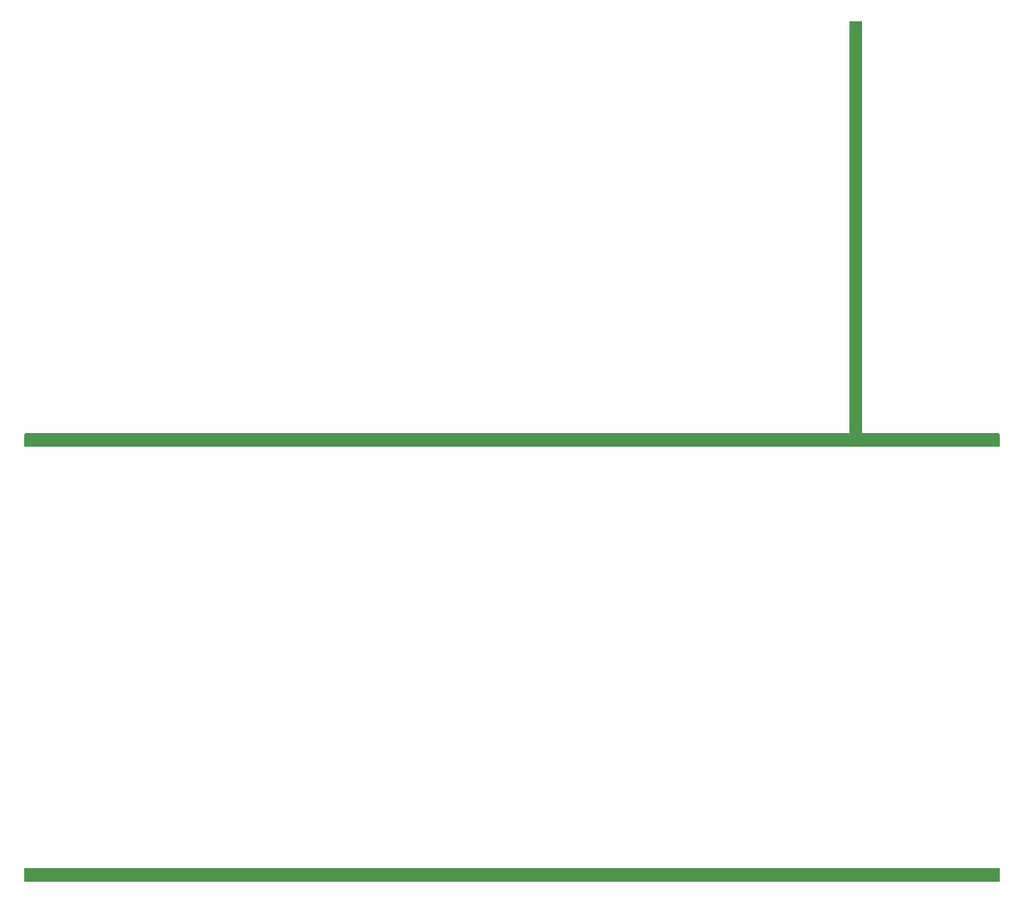
<source format=gbr>
G04 EAGLE Gerber X2 export*
G75*
%MOMM*%
%FSLAX34Y34*%
%LPD*%
%AMOC8*
5,1,8,0,0,1.08239X$1,22.5*%
G01*

G36*
X850020Y2089242D02*
X850020Y2089242D01*
X850039Y2089240D01*
X850141Y2089262D01*
X850243Y2089279D01*
X850260Y2089288D01*
X850280Y2089292D01*
X850369Y2089345D01*
X850460Y2089394D01*
X850474Y2089408D01*
X850491Y2089418D01*
X850558Y2089497D01*
X850630Y2089572D01*
X850638Y2089590D01*
X850651Y2089605D01*
X850690Y2089701D01*
X850733Y2089795D01*
X850735Y2089815D01*
X850743Y2089833D01*
X850761Y2090000D01*
X850761Y2100000D01*
X850758Y2100020D01*
X850760Y2100039D01*
X850738Y2100141D01*
X850722Y2100243D01*
X850712Y2100260D01*
X850708Y2100280D01*
X850655Y2100369D01*
X850606Y2100460D01*
X850592Y2100474D01*
X850582Y2100491D01*
X850503Y2100558D01*
X850428Y2100630D01*
X850410Y2100638D01*
X850395Y2100651D01*
X850299Y2100690D01*
X850205Y2100733D01*
X850185Y2100735D01*
X850167Y2100743D01*
X850000Y2100761D01*
X730761Y2100761D01*
X730761Y2460000D01*
X730758Y2460020D01*
X730760Y2460039D01*
X730738Y2460141D01*
X730722Y2460243D01*
X730712Y2460260D01*
X730708Y2460280D01*
X730655Y2460369D01*
X730606Y2460460D01*
X730592Y2460474D01*
X730582Y2460491D01*
X730503Y2460558D01*
X730428Y2460630D01*
X730410Y2460638D01*
X730395Y2460651D01*
X730299Y2460690D01*
X730205Y2460733D01*
X730185Y2460735D01*
X730167Y2460743D01*
X730000Y2460761D01*
X720000Y2460761D01*
X719980Y2460758D01*
X719961Y2460760D01*
X719859Y2460738D01*
X719757Y2460722D01*
X719740Y2460712D01*
X719720Y2460708D01*
X719631Y2460655D01*
X719540Y2460606D01*
X719526Y2460592D01*
X719509Y2460582D01*
X719442Y2460503D01*
X719371Y2460428D01*
X719362Y2460410D01*
X719349Y2460395D01*
X719310Y2460299D01*
X719267Y2460205D01*
X719265Y2460185D01*
X719257Y2460167D01*
X719239Y2460000D01*
X719239Y2100761D01*
X0Y2100761D01*
X-20Y2100758D01*
X-39Y2100760D01*
X-141Y2100738D01*
X-243Y2100722D01*
X-260Y2100712D01*
X-280Y2100708D01*
X-369Y2100655D01*
X-460Y2100606D01*
X-474Y2100592D01*
X-491Y2100582D01*
X-558Y2100503D01*
X-630Y2100428D01*
X-638Y2100410D01*
X-651Y2100395D01*
X-690Y2100299D01*
X-733Y2100205D01*
X-735Y2100185D01*
X-743Y2100167D01*
X-761Y2100000D01*
X-761Y2090000D01*
X-758Y2089980D01*
X-760Y2089961D01*
X-738Y2089859D01*
X-722Y2089757D01*
X-712Y2089740D01*
X-708Y2089720D01*
X-655Y2089631D01*
X-606Y2089540D01*
X-592Y2089526D01*
X-582Y2089509D01*
X-503Y2089442D01*
X-428Y2089371D01*
X-410Y2089362D01*
X-395Y2089349D01*
X-299Y2089310D01*
X-205Y2089267D01*
X-185Y2089265D01*
X-167Y2089257D01*
X0Y2089239D01*
X850000Y2089239D01*
X850020Y2089242D01*
G37*
G36*
X850020Y1709242D02*
X850020Y1709242D01*
X850039Y1709240D01*
X850141Y1709262D01*
X850243Y1709279D01*
X850260Y1709288D01*
X850280Y1709292D01*
X850369Y1709345D01*
X850460Y1709394D01*
X850474Y1709408D01*
X850491Y1709418D01*
X850558Y1709497D01*
X850630Y1709572D01*
X850638Y1709590D01*
X850651Y1709605D01*
X850690Y1709701D01*
X850733Y1709795D01*
X850735Y1709815D01*
X850743Y1709833D01*
X850761Y1710000D01*
X850761Y1720000D01*
X850758Y1720020D01*
X850760Y1720039D01*
X850738Y1720141D01*
X850722Y1720243D01*
X850712Y1720260D01*
X850708Y1720280D01*
X850655Y1720369D01*
X850606Y1720460D01*
X850592Y1720474D01*
X850582Y1720491D01*
X850503Y1720558D01*
X850428Y1720630D01*
X850410Y1720638D01*
X850395Y1720651D01*
X850299Y1720690D01*
X850205Y1720733D01*
X850185Y1720735D01*
X850167Y1720743D01*
X850000Y1720761D01*
X0Y1720761D01*
X-20Y1720758D01*
X-39Y1720760D01*
X-141Y1720738D01*
X-243Y1720722D01*
X-260Y1720712D01*
X-280Y1720708D01*
X-369Y1720655D01*
X-460Y1720606D01*
X-474Y1720592D01*
X-491Y1720582D01*
X-558Y1720503D01*
X-630Y1720428D01*
X-638Y1720410D01*
X-651Y1720395D01*
X-690Y1720299D01*
X-733Y1720205D01*
X-735Y1720185D01*
X-743Y1720167D01*
X-761Y1720000D01*
X-761Y1710000D01*
X-758Y1709980D01*
X-760Y1709961D01*
X-738Y1709859D01*
X-722Y1709757D01*
X-712Y1709740D01*
X-708Y1709720D01*
X-655Y1709631D01*
X-606Y1709540D01*
X-592Y1709526D01*
X-582Y1709509D01*
X-503Y1709442D01*
X-428Y1709371D01*
X-410Y1709362D01*
X-395Y1709349D01*
X-299Y1709310D01*
X-205Y1709267D01*
X-185Y1709265D01*
X-167Y1709257D01*
X0Y1709239D01*
X850000Y1709239D01*
X850020Y1709242D01*
G37*
M02*

</source>
